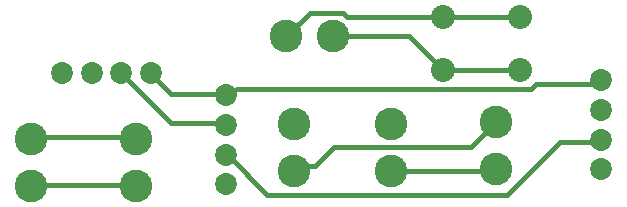
<source format=gbr>
G04 EAGLE Gerber RS-274X export*
G75*
%MOMM*%
%FSLAX34Y34*%
%LPD*%
%INTop Copper*%
%IPPOS*%
%AMOC8*
5,1,8,0,0,1.08239X$1,22.5*%
G01*
G04 Define Apertures*
%ADD10C,1.856000*%
%ADD11C,2.766000*%
%ADD12C,2.032000*%
%ADD13C,0.457200*%
D10*
X254000Y25400D03*
X254000Y50400D03*
X254000Y75400D03*
X254000Y100400D03*
D11*
X393700Y36690D03*
X393700Y76290D03*
X311684Y36690D03*
X311684Y76290D03*
D10*
X114900Y119177D03*
X139900Y119177D03*
X164900Y119177D03*
X189900Y119177D03*
D11*
X482600Y38100D03*
X482600Y77700D03*
X177800Y63590D03*
X177800Y23990D03*
X88900Y23990D03*
X88900Y63590D03*
D10*
X571500Y38100D03*
X571500Y63100D03*
X571500Y88100D03*
X571500Y113100D03*
D11*
X344551Y150661D03*
X304951Y150661D03*
D12*
X437388Y166880D03*
X502412Y166880D03*
X437388Y121668D03*
X502412Y121668D03*
D13*
X479552Y36576D02*
X394208Y36576D01*
X479552Y36576D02*
X482600Y38100D01*
X394208Y36576D02*
X393700Y36690D01*
X251968Y77216D02*
X207264Y77216D01*
X166624Y117856D01*
X251968Y77216D02*
X254000Y75400D01*
X166624Y117856D02*
X164900Y119177D01*
X207264Y101600D02*
X251968Y101600D01*
X207264Y101600D02*
X191008Y117856D01*
X251968Y101600D02*
X254000Y100400D01*
X191008Y117856D02*
X189900Y119177D01*
X516128Y109728D02*
X568960Y109728D01*
X516128Y109728D02*
X512064Y105664D01*
X262914Y105664D01*
X568960Y109728D02*
X571500Y113100D01*
X262914Y105664D02*
X254000Y100400D01*
X536448Y60960D02*
X568960Y60960D01*
X536448Y60960D02*
X491744Y16256D01*
X288544Y16256D01*
X256032Y48768D01*
X568960Y60960D02*
X571500Y63100D01*
X256032Y48768D02*
X254000Y50400D01*
X312928Y40640D02*
X329184Y40640D01*
X312928Y40640D02*
X311684Y36690D01*
X329184Y40640D02*
X345162Y56618D01*
X461518Y56618D02*
X482600Y77700D01*
X461518Y56618D02*
X345162Y56618D01*
X174752Y24384D02*
X89408Y24384D01*
X88900Y23990D01*
X174752Y24384D02*
X177800Y23990D01*
X174752Y65024D02*
X89408Y65024D01*
X88900Y63590D01*
X174752Y65024D02*
X177800Y63590D01*
X438912Y166624D02*
X499872Y166624D01*
X438912Y166624D02*
X437388Y166880D01*
X499872Y166624D02*
X502412Y166880D01*
X437388Y166880D02*
X356152Y166880D01*
X352699Y170333D01*
X324623Y170333D01*
X304951Y150661D01*
X438912Y121920D02*
X499872Y121920D01*
X438912Y121920D02*
X437388Y121668D01*
X499872Y121920D02*
X502412Y121668D01*
X437388Y121668D02*
X408395Y150661D01*
X344551Y150661D01*
M02*

</source>
